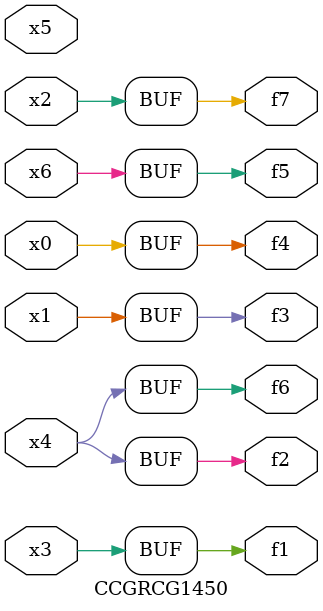
<source format=v>
module CCGRCG1450(
	input x0, x1, x2, x3, x4, x5, x6,
	output f1, f2, f3, f4, f5, f6, f7
);
	assign f1 = x3;
	assign f2 = x4;
	assign f3 = x1;
	assign f4 = x0;
	assign f5 = x6;
	assign f6 = x4;
	assign f7 = x2;
endmodule

</source>
